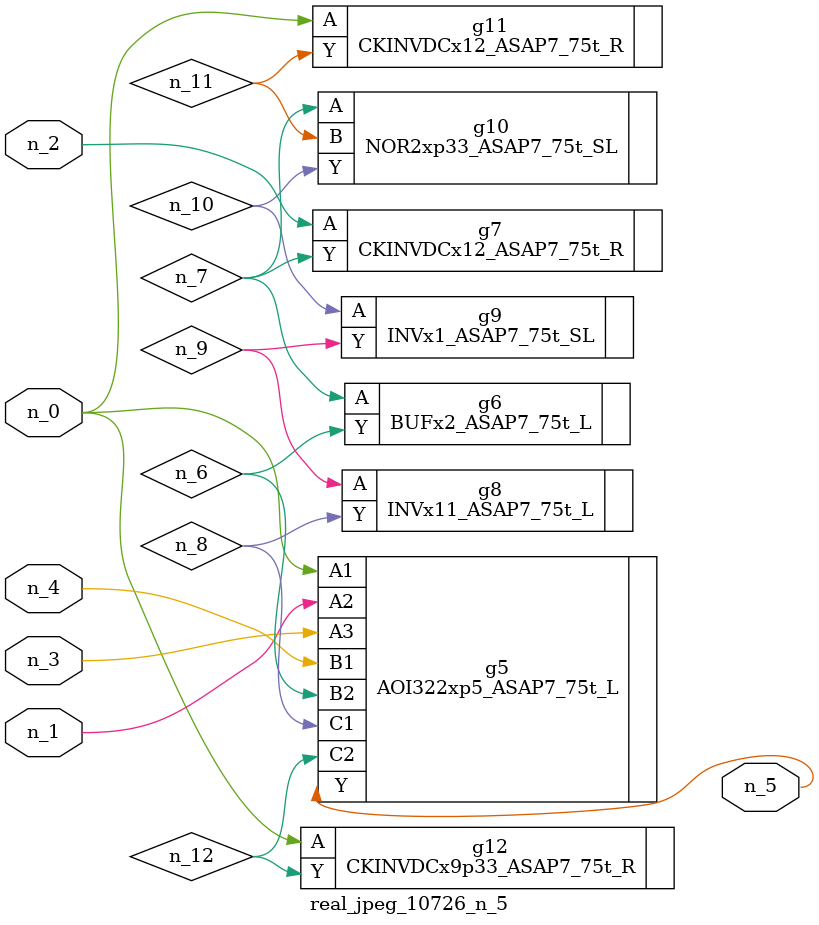
<source format=v>
module real_jpeg_10726_n_5 (n_4, n_0, n_1, n_2, n_3, n_5);

input n_4;
input n_0;
input n_1;
input n_2;
input n_3;

output n_5;

wire n_12;
wire n_8;
wire n_11;
wire n_6;
wire n_7;
wire n_10;
wire n_9;

AOI322xp5_ASAP7_75t_L g5 ( 
.A1(n_0),
.A2(n_1),
.A3(n_3),
.B1(n_4),
.B2(n_6),
.C1(n_8),
.C2(n_12),
.Y(n_5)
);

CKINVDCx12_ASAP7_75t_R g11 ( 
.A(n_0),
.Y(n_11)
);

CKINVDCx9p33_ASAP7_75t_R g12 ( 
.A(n_0),
.Y(n_12)
);

CKINVDCx12_ASAP7_75t_R g7 ( 
.A(n_2),
.Y(n_7)
);

BUFx2_ASAP7_75t_L g6 ( 
.A(n_7),
.Y(n_6)
);

NOR2xp33_ASAP7_75t_SL g10 ( 
.A(n_7),
.B(n_11),
.Y(n_10)
);

INVx11_ASAP7_75t_L g8 ( 
.A(n_9),
.Y(n_8)
);

INVx1_ASAP7_75t_SL g9 ( 
.A(n_10),
.Y(n_9)
);


endmodule
</source>
